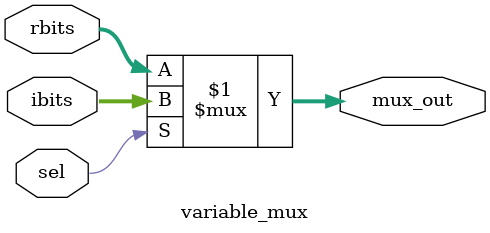
<source format=sv>

module  variable_mux #(parameter N =2)(
input[N:0] 	ibits,	rbits,
input		 sel,
output[N:0]	mux_out

);

assign mux_out = (sel) ? ibits : rbits;

endmodule 

</source>
